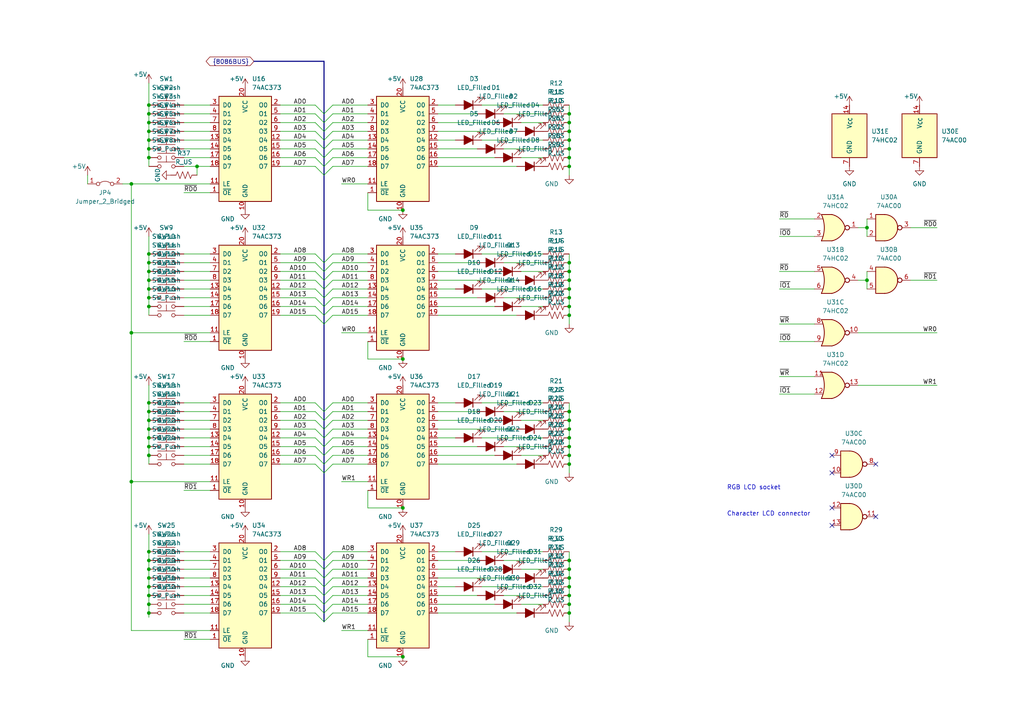
<source format=kicad_sch>
(kicad_sch (version 20230121) (generator eeschema)
  (paper "A4")
  (junction (at 43.18 33.02))
  (junction (at 43.18 172.72))
  (junction (at 165.1 172.72))
  (junction (at 43.18 160.02))
  (junction (at 165.1 76.2))
  (junction (at 116.84 104.14))
  (junction (at 165.1 119.38))
  (junction (at 43.18 45.72))
  (junction (at 165.1 91.44))
  (junction (at 165.1 127))
  (junction (at 43.18 165.1))
  (junction (at 165.1 43.18))
  (junction (at 165.1 83.82))
  (junction (at 165.1 134.62))
  (junction (at 43.18 170.18))
  (junction (at 43.18 162.56))
  (junction (at 43.18 119.38))
  (junction (at 165.1 170.18))
  (junction (at 165.1 38.1))
  (junction (at 43.18 38.1))
  (junction (at 165.1 81.28))
  (junction (at 43.18 121.92))
  (junction (at 43.18 83.82))
  (junction (at 43.18 30.48))
  (junction (at 43.18 40.64))
  (junction (at 38.1 96.52))
  (junction (at 43.18 43.18))
  (junction (at 43.18 78.74))
  (junction (at 165.1 40.64))
  (junction (at 165.1 165.1))
  (junction (at 43.18 73.66))
  (junction (at 165.1 177.8))
  (junction (at 43.18 124.46))
  (junction (at 43.18 132.08))
  (junction (at 251.46 66.04))
  (junction (at 43.18 167.64))
  (junction (at 43.18 129.54))
  (junction (at 165.1 167.64))
  (junction (at 38.1 139.7))
  (junction (at 116.84 190.5))
  (junction (at 116.84 147.32))
  (junction (at 43.18 88.9))
  (junction (at 165.1 124.46))
  (junction (at 116.84 60.96))
  (junction (at 165.1 35.56))
  (junction (at 38.1 53.34))
  (junction (at 165.1 78.74))
  (junction (at 165.1 45.72))
  (junction (at 57.15 48.26))
  (junction (at 43.18 35.56))
  (junction (at 165.1 132.08))
  (junction (at 43.18 76.2))
  (junction (at 165.1 88.9))
  (junction (at 165.1 162.56))
  (junction (at 165.1 33.02))
  (junction (at 165.1 175.26))
  (junction (at 43.18 86.36))
  (junction (at 251.46 81.28))
  (junction (at 43.18 116.84))
  (junction (at 43.18 127))
  (junction (at 165.1 48.26))
  (junction (at 43.18 177.8))
  (junction (at 165.1 86.36))
  (junction (at 43.18 175.26))
  (junction (at 165.1 129.54))
  (junction (at 165.1 121.92))
  (junction (at 43.18 81.28))
  (no_connect (at 241.3 152.4))
  (no_connect (at 241.3 137.16))
  (no_connect (at 241.3 147.32))
  (no_connect (at 241.3 132.08))
  (no_connect (at 254 134.62))
  (no_connect (at 254 149.86))
  (bus_entry (at 96.52 129.54) (size -2.54 2.54))
  (bus_entry (at 93.98 167.64) (size -2.54 -2.54))
  (bus_entry (at 93.98 35.56) (size -2.54 -2.54))
  (bus_entry (at 93.98 124.46) (size -2.54 -2.54))
  (bus_entry (at 96.52 48.26) (size -2.54 2.54))
  (bus_entry (at 96.52 162.56) (size -2.54 2.54))
  (bus_entry (at 93.98 134.62) (size -2.54 -2.54))
  (bus_entry (at 93.98 88.9) (size -2.54 -2.54))
  (bus_entry (at 96.52 73.66) (size -2.54 2.54))
  (bus_entry (at 96.52 132.08) (size -2.54 2.54))
  (bus_entry (at 96.52 40.64) (size -2.54 2.54))
  (bus_entry (at 96.52 78.74) (size -2.54 2.54))
  (bus_entry (at 93.98 48.26) (size -2.54 -2.54))
  (bus_entry (at 96.52 127) (size -2.54 2.54))
  (bus_entry (at 96.52 83.82) (size -2.54 2.54))
  (bus_entry (at 93.98 91.44) (size -2.54 -2.54))
  (bus_entry (at 93.98 43.18) (size -2.54 -2.54))
  (bus_entry (at 96.52 38.1) (size -2.54 2.54))
  (bus_entry (at 93.98 78.74) (size -2.54 -2.54))
  (bus_entry (at 96.52 81.28) (size -2.54 2.54))
  (bus_entry (at 93.98 129.54) (size -2.54 -2.54))
  (bus_entry (at 93.98 81.28) (size -2.54 -2.54))
  (bus_entry (at 96.52 172.72) (size -2.54 2.54))
  (bus_entry (at 96.52 35.56) (size -2.54 2.54))
  (bus_entry (at 96.52 116.84) (size -2.54 2.54))
  (bus_entry (at 93.98 177.8) (size -2.54 -2.54))
  (bus_entry (at 96.52 119.38) (size -2.54 2.54))
  (bus_entry (at 96.52 88.9) (size -2.54 2.54))
  (bus_entry (at 96.52 45.72) (size -2.54 2.54))
  (bus_entry (at 96.52 170.18) (size -2.54 2.54))
  (bus_entry (at 93.98 33.02) (size -2.54 -2.54))
  (bus_entry (at 93.98 76.2) (size -2.54 -2.54))
  (bus_entry (at 93.98 119.38) (size -2.54 -2.54))
  (bus_entry (at 93.98 45.72) (size -2.54 -2.54))
  (bus_entry (at 96.52 160.02) (size -2.54 2.54))
  (bus_entry (at 96.52 30.48) (size -2.54 2.54))
  (bus_entry (at 96.52 91.44) (size -2.54 2.54))
  (bus_entry (at 93.98 165.1) (size -2.54 -2.54))
  (bus_entry (at 96.52 76.2) (size -2.54 2.54))
  (bus_entry (at 96.52 86.36) (size -2.54 2.54))
  (bus_entry (at 93.98 86.36) (size -2.54 -2.54))
  (bus_entry (at 96.52 134.62) (size -2.54 2.54))
  (bus_entry (at 93.98 170.18) (size -2.54 -2.54))
  (bus_entry (at 96.52 43.18) (size -2.54 2.54))
  (bus_entry (at 93.98 180.34) (size -2.54 -2.54))
  (bus_entry (at 93.98 162.56) (size -2.54 -2.54))
  (bus_entry (at 96.52 33.02) (size -2.54 2.54))
  (bus_entry (at 93.98 50.8) (size -2.54 -2.54))
  (bus_entry (at 93.98 38.1) (size -2.54 -2.54))
  (bus_entry (at 93.98 172.72) (size -2.54 -2.54))
  (bus_entry (at 93.98 93.98) (size -2.54 -2.54))
  (bus_entry (at 93.98 132.08) (size -2.54 -2.54))
  (bus_entry (at 96.52 121.92) (size -2.54 2.54))
  (bus_entry (at 96.52 124.46) (size -2.54 2.54))
  (bus_entry (at 96.52 177.8) (size -2.54 2.54))
  (bus_entry (at 96.52 175.26) (size -2.54 2.54))
  (bus_entry (at 93.98 83.82) (size -2.54 -2.54))
  (bus_entry (at 96.52 165.1) (size -2.54 2.54))
  (bus_entry (at 93.98 127) (size -2.54 -2.54))
  (bus_entry (at 93.98 175.26) (size -2.54 -2.54))
  (bus_entry (at 93.98 121.92) (size -2.54 -2.54))
  (bus_entry (at 93.98 40.64) (size -2.54 -2.54))
  (bus_entry (at 96.52 167.64) (size -2.54 2.54))
  (bus_entry (at 93.98 137.16) (size -2.54 -2.54))
  (wire (pts (xy 165.1 48.26) (xy 165.1 50.8)))
  (wire (pts (xy 81.28 134.62) (xy 91.44 134.62)))
  (wire (pts (xy 165.1 73.66) (xy 165.1 76.2)))
  (wire (pts (xy 226.06 83.82) (xy 236.22 83.82)))
  (wire (pts (xy 53.34 124.46) (xy 60.96 124.46)))
  (bus (pts (xy 93.98 86.36) (xy 93.98 88.9)))
  (wire (pts (xy 151.13 88.9) (xy 157.48 88.9)))
  (wire (pts (xy 38.1 139.7) (xy 38.1 182.88)))
  (wire (pts (xy 127 129.54) (xy 138.43 129.54)))
  (wire (pts (xy 106.68 55.88) (xy 106.68 60.96)))
  (wire (pts (xy 106.68 121.92) (xy 96.52 121.92)))
  (wire (pts (xy 165.1 160.02) (xy 165.1 162.56)))
  (wire (pts (xy 99.06 139.7) (xy 106.68 139.7)))
  (wire (pts (xy 127 33.02) (xy 138.43 33.02)))
  (wire (pts (xy 43.18 30.48) (xy 43.18 33.02)))
  (wire (pts (xy 226.06 78.74) (xy 236.22 78.74)))
  (wire (pts (xy 96.52 116.84) (xy 106.68 116.84)))
  (wire (pts (xy 81.28 81.28) (xy 91.44 81.28)))
  (bus (pts (xy 93.98 132.08) (xy 93.98 134.62)))
  (wire (pts (xy 53.34 88.9) (xy 60.96 88.9)))
  (bus (pts (xy 93.98 78.74) (xy 93.98 81.28)))
  (wire (pts (xy 43.18 132.08) (xy 43.18 134.62)))
  (wire (pts (xy 43.18 73.66) (xy 43.18 76.2)))
  (wire (pts (xy 248.92 81.28) (xy 251.46 81.28)))
  (wire (pts (xy 53.34 167.64) (xy 60.96 167.64)))
  (wire (pts (xy 43.18 172.72) (xy 43.18 175.26)))
  (wire (pts (xy 43.18 154.94) (xy 43.18 160.02)))
  (wire (pts (xy 165.1 116.84) (xy 165.1 119.38)))
  (wire (pts (xy 251.46 63.5) (xy 251.46 66.04)))
  (wire (pts (xy 96.52 30.48) (xy 106.68 30.48)))
  (wire (pts (xy 127 119.38) (xy 138.43 119.38)))
  (wire (pts (xy 165.1 124.46) (xy 165.1 127)))
  (wire (pts (xy 43.18 83.82) (xy 43.18 86.36)))
  (wire (pts (xy 165.1 43.18) (xy 165.1 45.72)))
  (wire (pts (xy 127 88.9) (xy 143.51 88.9)))
  (wire (pts (xy 127 48.26) (xy 149.86 48.26)))
  (wire (pts (xy 226.06 68.58) (xy 236.22 68.58)))
  (wire (pts (xy 53.34 121.92) (xy 60.96 121.92)))
  (bus (pts (xy 93.98 33.02) (xy 93.98 35.56)))
  (wire (pts (xy 43.18 88.9) (xy 43.18 91.44)))
  (wire (pts (xy 127 83.82) (xy 132.08 83.82)))
  (wire (pts (xy 53.34 81.28) (xy 60.96 81.28)))
  (wire (pts (xy 53.34 99.06) (xy 60.96 99.06)))
  (wire (pts (xy 53.34 170.18) (xy 60.96 170.18)))
  (wire (pts (xy 127 165.1) (xy 143.51 165.1)))
  (wire (pts (xy 38.1 96.52) (xy 60.96 96.52)))
  (wire (pts (xy 106.68 142.24) (xy 106.68 147.32)))
  (wire (pts (xy 96.52 33.02) (xy 106.68 33.02)))
  (wire (pts (xy 43.18 33.02) (xy 43.18 35.56)))
  (wire (pts (xy 139.7 73.66) (xy 157.48 73.66)))
  (wire (pts (xy 127 121.92) (xy 143.51 121.92)))
  (wire (pts (xy 165.1 30.48) (xy 165.1 33.02)))
  (wire (pts (xy 106.68 172.72) (xy 96.52 172.72)))
  (wire (pts (xy 165.1 121.92) (xy 165.1 124.46)))
  (wire (pts (xy 43.18 35.56) (xy 43.18 38.1)))
  (wire (pts (xy 81.28 83.82) (xy 91.44 83.82)))
  (wire (pts (xy 81.28 177.8) (xy 91.44 177.8)))
  (wire (pts (xy 165.1 119.38) (xy 165.1 121.92)))
  (wire (pts (xy 43.18 38.1) (xy 43.18 40.64)))
  (wire (pts (xy 53.34 48.26) (xy 57.15 48.26)))
  (wire (pts (xy 165.1 91.44) (xy 165.1 93.98)))
  (wire (pts (xy 81.28 40.64) (xy 91.44 40.64)))
  (wire (pts (xy 165.1 40.64) (xy 165.1 43.18)))
  (wire (pts (xy 53.34 83.82) (xy 60.96 83.82)))
  (wire (pts (xy 106.68 129.54) (xy 96.52 129.54)))
  (wire (pts (xy 165.1 45.72) (xy 165.1 48.26)))
  (wire (pts (xy 57.15 48.26) (xy 57.15 50.8)))
  (wire (pts (xy 81.28 48.26) (xy 91.44 48.26)))
  (wire (pts (xy 43.18 129.54) (xy 43.18 132.08)))
  (wire (pts (xy 127 132.08) (xy 143.51 132.08)))
  (wire (pts (xy 53.34 185.42) (xy 60.96 185.42)))
  (wire (pts (xy 53.34 35.56) (xy 60.96 35.56)))
  (wire (pts (xy 226.06 93.98) (xy 236.22 93.98)))
  (wire (pts (xy 81.28 30.48) (xy 91.44 30.48)))
  (wire (pts (xy 99.06 182.88) (xy 106.68 182.88)))
  (wire (pts (xy 165.1 35.56) (xy 165.1 38.1)))
  (wire (pts (xy 165.1 172.72) (xy 165.1 175.26)))
  (bus (pts (xy 93.98 91.44) (xy 93.98 93.98)))
  (wire (pts (xy 146.05 172.72) (xy 157.48 172.72)))
  (wire (pts (xy 251.46 78.74) (xy 251.46 81.28)))
  (wire (pts (xy 53.34 30.48) (xy 60.96 30.48)))
  (wire (pts (xy 127 45.72) (xy 143.51 45.72)))
  (wire (pts (xy 106.68 99.06) (xy 106.68 104.14)))
  (wire (pts (xy 38.1 53.34) (xy 38.1 96.52)))
  (wire (pts (xy 106.68 35.56) (xy 96.52 35.56)))
  (bus (pts (xy 93.98 17.78) (xy 73.66 17.78)))
  (wire (pts (xy 81.28 33.02) (xy 91.44 33.02)))
  (wire (pts (xy 226.06 63.5) (xy 236.22 63.5)))
  (wire (pts (xy 53.34 91.44) (xy 60.96 91.44)))
  (bus (pts (xy 93.98 127) (xy 93.98 129.54)))
  (wire (pts (xy 81.28 127) (xy 91.44 127)))
  (wire (pts (xy 106.68 177.8) (xy 96.52 177.8)))
  (wire (pts (xy 53.34 33.02) (xy 60.96 33.02)))
  (wire (pts (xy 43.18 111.76) (xy 43.18 116.84)))
  (wire (pts (xy 106.68 134.62) (xy 96.52 134.62)))
  (bus (pts (xy 93.98 129.54) (xy 93.98 132.08)))
  (wire (pts (xy 43.18 24.13) (xy 43.18 30.48)))
  (wire (pts (xy 43.18 116.84) (xy 43.18 119.38)))
  (wire (pts (xy 81.28 119.38) (xy 91.44 119.38)))
  (wire (pts (xy 81.28 165.1) (xy 91.44 165.1)))
  (wire (pts (xy 127 73.66) (xy 132.08 73.66)))
  (wire (pts (xy 139.7 83.82) (xy 157.48 83.82)))
  (wire (pts (xy 106.68 104.14) (xy 116.84 104.14)))
  (wire (pts (xy 106.68 48.26) (xy 96.52 48.26)))
  (wire (pts (xy 96.52 167.64) (xy 106.68 167.64)))
  (wire (pts (xy 226.06 109.22) (xy 236.22 109.22)))
  (wire (pts (xy 96.52 170.18) (xy 106.68 170.18)))
  (wire (pts (xy 81.28 162.56) (xy 91.44 162.56)))
  (wire (pts (xy 146.05 129.54) (xy 157.48 129.54)))
  (bus (pts (xy 93.98 137.16) (xy 93.98 162.56)))
  (wire (pts (xy 96.52 83.82) (xy 106.68 83.82)))
  (wire (pts (xy 127 40.64) (xy 132.08 40.64)))
  (wire (pts (xy 53.34 165.1) (xy 60.96 165.1)))
  (wire (pts (xy 81.28 129.54) (xy 91.44 129.54)))
  (bus (pts (xy 93.98 121.92) (xy 93.98 124.46)))
  (wire (pts (xy 151.13 175.26) (xy 157.48 175.26)))
  (wire (pts (xy 165.1 170.18) (xy 165.1 172.72)))
  (wire (pts (xy 139.7 160.02) (xy 157.48 160.02)))
  (wire (pts (xy 127 38.1) (xy 149.86 38.1)))
  (bus (pts (xy 93.98 81.28) (xy 93.98 83.82)))
  (wire (pts (xy 127 167.64) (xy 149.86 167.64)))
  (wire (pts (xy 146.05 162.56) (xy 157.48 162.56)))
  (wire (pts (xy 165.1 177.8) (xy 165.1 180.34)))
  (wire (pts (xy 127 172.72) (xy 138.43 172.72)))
  (wire (pts (xy 151.13 45.72) (xy 157.48 45.72)))
  (wire (pts (xy 165.1 129.54) (xy 165.1 132.08)))
  (wire (pts (xy 53.34 142.24) (xy 60.96 142.24)))
  (wire (pts (xy 151.13 165.1) (xy 157.48 165.1)))
  (wire (pts (xy 81.28 160.02) (xy 91.44 160.02)))
  (bus (pts (xy 93.98 165.1) (xy 93.98 167.64)))
  (wire (pts (xy 81.28 38.1) (xy 91.44 38.1)))
  (wire (pts (xy 106.68 132.08) (xy 96.52 132.08)))
  (wire (pts (xy 106.68 147.32) (xy 116.84 147.32)))
  (wire (pts (xy 53.34 40.64) (xy 60.96 40.64)))
  (wire (pts (xy 53.34 73.66) (xy 60.96 73.66)))
  (wire (pts (xy 81.28 121.92) (xy 91.44 121.92)))
  (wire (pts (xy 106.68 165.1) (xy 96.52 165.1)))
  (wire (pts (xy 43.18 160.02) (xy 43.18 162.56)))
  (wire (pts (xy 43.18 170.18) (xy 43.18 172.72)))
  (wire (pts (xy 264.16 81.28) (xy 271.78 81.28)))
  (wire (pts (xy 81.28 124.46) (xy 91.44 124.46)))
  (wire (pts (xy 165.1 76.2) (xy 165.1 78.74)))
  (wire (pts (xy 165.1 78.74) (xy 165.1 81.28)))
  (wire (pts (xy 38.1 96.52) (xy 38.1 139.7)))
  (wire (pts (xy 146.05 86.36) (xy 157.48 86.36)))
  (wire (pts (xy 43.18 40.64) (xy 43.18 43.18)))
  (bus (pts (xy 93.98 93.98) (xy 93.98 119.38)))
  (wire (pts (xy 43.18 86.36) (xy 43.18 88.9)))
  (wire (pts (xy 38.1 53.34) (xy 60.96 53.34)))
  (wire (pts (xy 106.68 190.5) (xy 116.84 190.5)))
  (wire (pts (xy 165.1 86.36) (xy 165.1 88.9)))
  (wire (pts (xy 53.34 160.02) (xy 60.96 160.02)))
  (wire (pts (xy 127 134.62) (xy 149.86 134.62)))
  (wire (pts (xy 127 81.28) (xy 149.86 81.28)))
  (wire (pts (xy 96.52 40.64) (xy 106.68 40.64)))
  (wire (pts (xy 99.06 96.52) (xy 106.68 96.52)))
  (wire (pts (xy 251.46 81.28) (xy 251.46 83.82)))
  (wire (pts (xy 127 170.18) (xy 132.08 170.18)))
  (wire (pts (xy 81.28 73.66) (xy 91.44 73.66)))
  (wire (pts (xy 96.52 81.28) (xy 106.68 81.28)))
  (wire (pts (xy 53.34 38.1) (xy 60.96 38.1)))
  (wire (pts (xy 139.7 30.48) (xy 157.48 30.48)))
  (wire (pts (xy 127 124.46) (xy 149.86 124.46)))
  (wire (pts (xy 53.34 43.18) (xy 60.96 43.18)))
  (wire (pts (xy 43.18 121.92) (xy 43.18 124.46)))
  (wire (pts (xy 127 160.02) (xy 132.08 160.02)))
  (wire (pts (xy 53.34 55.88) (xy 60.96 55.88)))
  (wire (pts (xy 81.28 175.26) (xy 91.44 175.26)))
  (wire (pts (xy 251.46 66.04) (xy 251.46 68.58)))
  (wire (pts (xy 81.28 91.44) (xy 91.44 91.44)))
  (wire (pts (xy 127 177.8) (xy 149.86 177.8)))
  (wire (pts (xy 43.18 177.8) (xy 43.18 179.07)))
  (wire (pts (xy 127 35.56) (xy 143.51 35.56)))
  (wire (pts (xy 165.1 38.1) (xy 165.1 40.64)))
  (bus (pts (xy 93.98 162.56) (xy 93.98 165.1)))
  (wire (pts (xy 106.68 91.44) (xy 96.52 91.44)))
  (wire (pts (xy 106.68 185.42) (xy 106.68 190.5)))
  (wire (pts (xy 99.06 53.34) (xy 106.68 53.34)))
  (wire (pts (xy 139.7 40.64) (xy 157.48 40.64)))
  (wire (pts (xy 146.05 119.38) (xy 157.48 119.38)))
  (wire (pts (xy 139.7 170.18) (xy 157.48 170.18)))
  (bus (pts (xy 93.98 76.2) (xy 93.98 78.74)))
  (wire (pts (xy 43.18 165.1) (xy 43.18 167.64)))
  (wire (pts (xy 81.28 172.72) (xy 91.44 172.72)))
  (wire (pts (xy 53.34 119.38) (xy 60.96 119.38)))
  (bus (pts (xy 93.98 45.72) (xy 93.98 48.26)))
  (wire (pts (xy 146.05 76.2) (xy 157.48 76.2)))
  (wire (pts (xy 248.92 111.76) (xy 271.78 111.76)))
  (wire (pts (xy 106.68 86.36) (xy 96.52 86.36)))
  (wire (pts (xy 81.28 167.64) (xy 91.44 167.64)))
  (bus (pts (xy 93.98 43.18) (xy 93.98 45.72)))
  (wire (pts (xy 165.1 132.08) (xy 165.1 134.62)))
  (wire (pts (xy 165.1 162.56) (xy 165.1 165.1)))
  (wire (pts (xy 81.28 76.2) (xy 91.44 76.2)))
  (wire (pts (xy 53.34 172.72) (xy 60.96 172.72)))
  (wire (pts (xy 165.1 127) (xy 165.1 129.54)))
  (wire (pts (xy 165.1 165.1) (xy 165.1 167.64)))
  (wire (pts (xy 43.18 43.18) (xy 43.18 45.72)))
  (wire (pts (xy 81.28 88.9) (xy 91.44 88.9)))
  (wire (pts (xy 43.18 45.72) (xy 43.18 48.26)))
  (wire (pts (xy 127 91.44) (xy 149.86 91.44)))
  (wire (pts (xy 106.68 45.72) (xy 96.52 45.72)))
  (wire (pts (xy 43.18 119.38) (xy 43.18 121.92)))
  (bus (pts (xy 93.98 40.64) (xy 93.98 43.18)))
  (wire (pts (xy 43.18 68.58) (xy 43.18 73.66)))
  (wire (pts (xy 81.28 45.72) (xy 91.44 45.72)))
  (wire (pts (xy 165.1 134.62) (xy 165.1 137.16)))
  (wire (pts (xy 106.68 175.26) (xy 96.52 175.26)))
  (wire (pts (xy 165.1 81.28) (xy 165.1 83.82)))
  (bus (pts (xy 93.98 175.26) (xy 93.98 177.8)))
  (wire (pts (xy 53.34 177.8) (xy 60.96 177.8)))
  (wire (pts (xy 81.28 116.84) (xy 91.44 116.84)))
  (wire (pts (xy 43.18 78.74) (xy 43.18 81.28)))
  (wire (pts (xy 96.52 162.56) (xy 106.68 162.56)))
  (bus (pts (xy 93.98 50.8) (xy 93.98 76.2)))
  (wire (pts (xy 226.06 114.3) (xy 236.22 114.3)))
  (bus (pts (xy 93.98 119.38) (xy 93.98 121.92)))
  (wire (pts (xy 53.34 129.54) (xy 60.96 129.54)))
  (wire (pts (xy 139.7 127) (xy 157.48 127)))
  (wire (pts (xy 53.34 76.2) (xy 60.96 76.2)))
  (wire (pts (xy 264.16 66.04) (xy 271.78 66.04)))
  (wire (pts (xy 127 43.18) (xy 138.43 43.18)))
  (wire (pts (xy 96.52 160.02) (xy 106.68 160.02)))
  (wire (pts (xy 96.52 76.2) (xy 106.68 76.2)))
  (wire (pts (xy 165.1 167.64) (xy 165.1 170.18)))
  (wire (pts (xy 127 30.48) (xy 132.08 30.48)))
  (wire (pts (xy 53.34 134.62) (xy 60.96 134.62)))
  (wire (pts (xy 96.52 38.1) (xy 106.68 38.1)))
  (wire (pts (xy 43.18 162.56) (xy 43.18 165.1)))
  (bus (pts (xy 93.98 172.72) (xy 93.98 175.26)))
  (wire (pts (xy 151.13 132.08) (xy 157.48 132.08)))
  (wire (pts (xy 53.34 162.56) (xy 60.96 162.56)))
  (bus (pts (xy 93.98 88.9) (xy 93.98 91.44)))
  (wire (pts (xy 53.34 45.72) (xy 60.96 45.72)))
  (wire (pts (xy 127 78.74) (xy 143.51 78.74)))
  (wire (pts (xy 146.05 33.02) (xy 157.48 33.02)))
  (wire (pts (xy 226.06 99.06) (xy 236.22 99.06)))
  (bus (pts (xy 93.98 134.62) (xy 93.98 137.16)))
  (wire (pts (xy 53.34 175.26) (xy 60.96 175.26)))
  (wire (pts (xy 127 116.84) (xy 132.08 116.84)))
  (wire (pts (xy 35.56 53.34) (xy 38.1 53.34)))
  (wire (pts (xy 127 86.36) (xy 138.43 86.36)))
  (wire (pts (xy 151.13 78.74) (xy 157.48 78.74)))
  (wire (pts (xy 151.13 121.92) (xy 157.48 121.92)))
  (wire (pts (xy 106.68 43.18) (xy 96.52 43.18)))
  (wire (pts (xy 53.34 127) (xy 60.96 127)))
  (wire (pts (xy 165.1 88.9) (xy 165.1 91.44)))
  (bus (pts (xy 93.98 170.18) (xy 93.98 172.72)))
  (wire (pts (xy 53.34 86.36) (xy 60.96 86.36)))
  (wire (pts (xy 139.7 116.84) (xy 157.48 116.84)))
  (wire (pts (xy 53.34 78.74) (xy 60.96 78.74)))
  (wire (pts (xy 165.1 175.26) (xy 165.1 177.8)))
  (wire (pts (xy 43.18 167.64) (xy 43.18 170.18)))
  (wire (pts (xy 53.34 116.84) (xy 60.96 116.84)))
  (bus (pts (xy 93.98 177.8) (xy 93.98 180.34)))
  (wire (pts (xy 25.4 50.8) (xy 25.4 53.34)))
  (wire (pts (xy 53.34 132.08) (xy 60.96 132.08)))
  (wire (pts (xy 43.18 175.26) (xy 43.18 177.8)))
  (bus (pts (xy 93.98 17.78) (xy 93.98 33.02)))
  (bus (pts (xy 93.98 35.56) (xy 93.98 38.1)))
  (wire (pts (xy 43.18 76.2) (xy 43.18 78.74)))
  (wire (pts (xy 38.1 139.7) (xy 60.96 139.7)))
  (wire (pts (xy 81.28 35.56) (xy 91.44 35.56)))
  (wire (pts (xy 248.92 96.52) (xy 271.78 96.52)))
  (wire (pts (xy 38.1 182.88) (xy 60.96 182.88)))
  (wire (pts (xy 127 162.56) (xy 138.43 162.56)))
  (wire (pts (xy 127 127) (xy 132.08 127)))
  (wire (pts (xy 81.28 78.74) (xy 91.44 78.74)))
  (wire (pts (xy 57.15 48.26) (xy 60.96 48.26)))
  (wire (pts (xy 43.18 127) (xy 43.18 129.54)))
  (wire (pts (xy 96.52 119.38) (xy 106.68 119.38)))
  (wire (pts (xy 81.28 43.18) (xy 91.44 43.18)))
  (wire (pts (xy 81.28 132.08) (xy 91.44 132.08)))
  (bus (pts (xy 93.98 124.46) (xy 93.98 127)))
  (wire (pts (xy 106.68 78.74) (xy 96.52 78.74)))
  (wire (pts (xy 81.28 170.18) (xy 91.44 170.18)))
  (wire (pts (xy 96.52 127) (xy 106.68 127)))
  (wire (pts (xy 127 175.26) (xy 143.51 175.26)))
  (bus (pts (xy 93.98 48.26) (xy 93.98 50.8)))
  (wire (pts (xy 106.68 60.96) (xy 116.84 60.96)))
  (wire (pts (xy 81.28 86.36) (xy 91.44 86.36)))
  (wire (pts (xy 106.68 88.9) (xy 96.52 88.9)))
  (bus (pts (xy 93.98 83.82) (xy 93.98 86.36)))
  (wire (pts (xy 96.52 73.66) (xy 106.68 73.66)))
  (wire (pts (xy 96.52 124.46) (xy 106.68 124.46)))
  (wire (pts (xy 127 76.2) (xy 138.43 76.2)))
  (bus (pts (xy 93.98 38.1) (xy 93.98 40.64)))
  (wire (pts (xy 43.18 81.28) (xy 43.18 83.82)))
  (wire (pts (xy 248.92 66.04) (xy 251.46 66.04)))
  (wire (pts (xy 165.1 33.02) (xy 165.1 35.56)))
  (wire (pts (xy 43.18 124.46) (xy 43.18 127)))
  (wire (pts (xy 151.13 35.56) (xy 157.48 35.56)))
  (wire (pts (xy 165.1 83.82) (xy 165.1 86.36)))
  (bus (pts (xy 93.98 167.64) (xy 93.98 170.18)))
  (wire (pts (xy 146.05 43.18) (xy 157.48 43.18)))
  (text "RGB LCD socket" (at 210.82 142.24 0) (effects (font (size 1.27 1.27)) (justify left bottom)))
  (text "Character LCD connector" (at 210.82 149.86 0) (effects (font (size 1.27 1.27)) (justify left bottom)))
  (label "AD13" (at 88.9 86.36 180))
  (label "AD8" (at 88.9 160.02 180))
  (label "AD2" (at 88.9 121.92 180))
  (label "AD1" (at 99.06 119.38 0))
  (label "~{RD1}" (at 53.34 142.24 0))
  (label "AD11" (at 99.06 81.28 0))
  (label "~{RD0}" (at 53.34 55.88 0))
  (label "~{RD}" (at 226.06 78.74 0))
  (label "AD8" (at 99.06 160.02 0))
  (label "~{RD0}" (at 53.34 99.06 0))
  (label "WR1" (at 271.78 111.76 180))
  (label "AD13" (at 99.06 172.72 0))
  (label "AD1" (at 99.06 33.02 0))
  (label "AD15" (at 88.9 91.44 180))
  (label "AD11" (at 88.9 167.64 180))
  (label "~{IO1}" (at 226.06 83.82 0))
  (label "AD5" (at 88.9 43.18 180))
  (label "AD0" (at 99.06 30.48 0))
  (label "AD6" (at 99.06 132.08 0))
  (label "~{IO0}" (at 226.06 99.06 0))
  (label "AD0" (at 88.9 116.84 180))
  (label "AD5" (at 99.06 43.18 0))
  (label "WR1" (at 99.06 139.7 0))
  (label "~{IO0}" (at 226.06 68.58 0))
  (label "AD6" (at 88.9 132.08 180))
  (label "WR0" (at 99.06 53.34 0))
  (label "~{RD0}" (at 271.78 66.04 180))
  (label "~{RD1}" (at 271.78 81.28 180))
  (label "AD2" (at 99.06 121.92 0))
  (label "AD13" (at 88.9 172.72 180))
  (label "~{RD}" (at 226.06 63.5 0))
  (label "AD12" (at 99.06 83.82 0))
  (label "AD10" (at 88.9 165.1 180))
  (label "AD15" (at 99.06 177.8 0))
  (label "AD12" (at 99.06 170.18 0))
  (label "AD10" (at 99.06 165.1 0))
  (label "~{WR}" (at 226.06 109.22 0))
  (label "AD2" (at 88.9 35.56 180))
  (label "AD15" (at 99.06 91.44 0))
  (label "AD8" (at 88.9 73.66 180))
  (label "~{WR}" (at 226.06 93.98 0))
  (label "AD7" (at 88.9 134.62 180))
  (label "AD2" (at 99.06 35.56 0))
  (label "AD9" (at 99.06 76.2 0))
  (label "WR0" (at 271.78 96.52 180))
  (label "AD15" (at 88.9 177.8 180))
  (label "AD13" (at 99.06 86.36 0))
  (label "AD10" (at 88.9 78.74 180))
  (label "AD4" (at 99.06 127 0))
  (label "AD0" (at 88.9 30.48 180))
  (label "AD3" (at 88.9 38.1 180))
  (label "AD12" (at 88.9 170.18 180))
  (label "AD6" (at 99.06 45.72 0))
  (label "AD3" (at 99.06 38.1 0))
  (label "AD14" (at 99.06 175.26 0))
  (label "AD11" (at 88.9 81.28 180))
  (label "~{IO1}" (at 226.06 114.3 0))
  (label "~{RD1}" (at 53.34 185.42 0))
  (label "AD12" (at 88.9 83.82 180))
  (label "AD5" (at 99.06 129.54 0))
  (label "AD14" (at 88.9 175.26 180))
  (label "WR0" (at 99.06 96.52 0))
  (label "AD7" (at 99.06 134.62 0))
  (label "AD14" (at 99.06 88.9 0))
  (label "AD7" (at 88.9 48.26 180))
  (label "AD10" (at 99.06 78.74 0))
  (label "AD4" (at 88.9 40.64 180))
  (label "AD6" (at 88.9 45.72 180))
  (label "AD9" (at 88.9 162.56 180))
  (label "WR1" (at 99.06 182.88 0))
  (label "AD14" (at 88.9 88.9 180))
  (label "AD11" (at 99.06 167.64 0))
  (label "AD1" (at 88.9 119.38 180))
  (label "AD4" (at 88.9 127 180))
  (label "AD4" (at 99.06 40.64 0))
  (label "AD9" (at 99.06 162.56 0))
  (label "AD8" (at 99.06 73.66 0))
  (label "AD0" (at 99.06 116.84 0))
  (label "AD1" (at 88.9 33.02 180))
  (label "AD5" (at 88.9 129.54 180))
  (label "AD7" (at 99.06 48.26 0))
  (label "AD3" (at 99.06 124.46 0))
  (label "AD3" (at 88.9 124.46 180))
  (label "AD9" (at 88.9 76.2 180))
  (global_label "{8086BUS}" (shape bidirectional) (at 73.66 17.78 180) (property "Intersheetrefs" "${INTERSHEET_REFS}" (effects hide)))
  (symbol (lib_id "8086PC:74AC373") (at 71.12 86.36 0) (unit 1)
    (property "Reference" "U32" (at 73.0759 66.04 0) (effects (justify left)))
    (property "Value" "74AC373" (at 73.0759 68.58 0) (effects (justify left)))
    (property "Datasheet" "https://www.mouser.com/datasheet/2/308/74ac373-1190211.pdf" (effects hide))
  )
  (symbol (lib_id "Switch:SW_Push") (at 48.26 91.44 0) (unit 1)
    (property "Reference" "SW16" (at 48.26 83.82 0))
    (property "Value" "SW_Push" (at 48.26 86.36 0))
  )
  (symbol (lib_id "Switch:SW_Push") (at 48.26 134.62 0) (unit 1)
    (property "Reference" "SW24" (at 48.26 127 0))
    (property "Value" "SW_Push" (at 48.26 129.54 0))
  )
  (symbol (lib_id "8086PC:74HC02") (at 241.3 81.28 0) (unit 2) (in_bom no) (on_board no)
    (property "Reference" "U31" (at 242.3124 72.39 0))
    (property "Value" "74HC02" (at 242.3124 74.93 0))
    (property "Datasheet" "https://www.mouser.com/datasheet/2/308/74HC02-108776.pdf" (effects hide))
  )
  (symbol (lib_id "Switch:SW_Push") (at 48.26 88.9 0) (unit 1)
    (property "Reference" "SW15" (at 48.26 81.28 0))
    (property "Value" "SW_Push" (at 48.26 83.82 0))
  )
  (symbol (lib_id "Switch:SW_Push") (at 48.26 116.84 0) (unit 1)
    (property "Reference" "SW17" (at 48.26 109.22 0))
    (property "Value" "SW_Push" (at 48.26 111.76 0))
  )
  (symbol (lib_id "Device:LED_Filled") (at 135.89 40.64 180) (unit 1)
    (property "Reference" "D5" (at 137.4775 33.02 0))
    (property "Value" "LED_Filled" (at 137.4775 35.56 0))
  )
  (symbol (lib_id "Device:R_US") (at 161.29 119.38 90) (unit 1)
    (property "Reference" "R22" (at 161.29 113.03 90))
    (property "Value" "R_US" (at 161.29 115.57 90))
  )
  (symbol (lib_id "Device:LED_Filled") (at 153.67 124.46 180) (unit 1)
    (property "Reference" "D23" (at 155.2575 116.84 0))
    (property "Value" "LED_Filled" (at 155.2575 119.38 0))
  )
  (symbol (lib_id "power:+5V") (at 71.12 154.94 0) (unit 1)
    (property "Reference" "#PWR074" (effects hide))
    (property "Value" "+5V" (at 68.58 152.4 0))
  )
  (symbol (lib_id "Switch:SW_Push") (at 48.26 76.2 0) (unit 1)
    (property "Reference" "SW10" (at 48.26 68.58 0))
    (property "Value" "SW_Push" (at 48.26 71.12 0))
  )
  (symbol (lib_id "Device:LED_Filled") (at 153.67 38.1 180) (unit 1)
    (property "Reference" "D4" (at 155.2575 30.48 0))
    (property "Value" "LED_Filled" (at 155.2575 33.02 0))
  )
  (symbol (lib_id "Device:LED_Filled") (at 153.67 167.64 180) (unit 1)
    (property "Reference" "D31" (at 155.2575 160.02 0))
    (property "Value" "LED_Filled" (at 155.2575 162.56 0))
  )
  (symbol (lib_id "Switch:SW_Push") (at 48.26 160.02 0) (unit 1)
    (property "Reference" "SW25" (at 48.26 152.4 0))
    (property "Value" "SW_Push" (at 48.26 154.94 0))
  )
  (symbol (lib_id "Device:R_US") (at 161.29 76.2 90) (unit 1)
    (property "Reference" "R14" (at 161.29 69.85 90))
    (property "Value" "R_US" (at 161.29 72.39 90))
  )
  (symbol (lib_id "Device:R_US") (at 161.29 134.62 90) (unit 1)
    (property "Reference" "R28" (at 161.29 128.27 90))
    (property "Value" "R_US" (at 161.29 130.81 90))
  )
  (symbol (lib_id "Device:LED_Filled") (at 135.89 30.48 180) (unit 1)
    (property "Reference" "D3" (at 137.4775 22.86 0))
    (property "Value" "LED_Filled" (at 137.4775 25.4 0))
  )
  (symbol (lib_id "Device:R_US") (at 161.29 91.44 90) (unit 1)
    (property "Reference" "R20" (at 161.29 85.09 90))
    (property "Value" "R_US" (at 161.29 87.63 90))
  )
  (symbol (lib_id "8086PC:74AC00") (at 246.38 134.62 0) (unit 3) (in_bom no) (on_board no)
    (property "Reference" "U30" (at 247.65 125.73 0))
    (property "Value" "74AC00" (at 247.65 128.27 0))
    (property "Datasheet" "https://www.mouser.com/datasheet/2/149/74AC00-888462.pdf" (effects hide))
  )
  (symbol (lib_id "Switch:SW_Push") (at 48.26 165.1 0) (unit 1)
    (property "Reference" "SW27" (at 48.26 157.48 0))
    (property "Value" "SW_Push" (at 48.26 160.02 0))
  )
  (symbol (lib_id "Device:LED_Filled") (at 142.24 162.56 180) (unit 1)
    (property "Reference" "D27" (at 143.8275 154.94 0))
    (property "Value" "LED_Filled" (at 143.8275 157.48 0))
  )
  (symbol (lib_id "power:GND") (at 116.84 104.14 0) (unit 1)
    (property "Reference" "#PWR080" (effects hide))
    (property "Value" "GND" (at 111.76 106.68 0))
  )
  (symbol (lib_id "8086PC:74AC373") (at 116.84 86.36 0) (unit 1)
    (property "Reference" "U35" (at 118.7959 66.04 0) (effects (justify left)))
    (property "Value" "74AC373" (at 118.7959 68.58 0) (effects (justify left)))
    (property "Datasheet" "https://www.mouser.com/datasheet/2/308/74ac373-1190211.pdf" (effects hide))
  )
  (symbol (lib_id "8086PC:74AC00") (at 266.7 38.1 0) (unit 5) (in_bom no) (on_board no)
    (property "Reference" "U30" (at 273.05 38.1 0) (effects (justify left)))
    (property "Value" "74AC00" (at 273.05 40.64 0) (effects (justify left)))
    (property "Datasheet" "https://www.mouser.com/datasheet/2/149/74AC00-888462.pdf" (effects hide))
  )
  (symbol (lib_id "8086PC:74HC02") (at 241.3 111.76 0) (unit 4) (in_bom no) (on_board no)
    (property "Reference" "U31" (at 242.3124 102.87 0))
    (property "Value" "74HC02" (at 242.3124 105.41 0))
    (property "Datasheet" "https://www.mouser.com/datasheet/2/308/74HC02-108776.pdf" (effects hide))
  )
  (symbol (lib_id "Device:LED_Filled") (at 142.24 119.38 180) (unit 1)
    (property "Reference" "D19" (at 143.8275 111.76 0))
    (property "Value" "LED_Filled" (at 143.8275 114.3 0))
  )
  (symbol (lib_id "Switch:SW_Push") (at 48.26 40.64 0) (unit 1)
    (property "Reference" "SW5" (at 48.26 33.02 0))
    (property "Value" "SW_Push" (at 48.26 35.56 0))
  )
  (symbol (lib_id "8086PC:74AC00") (at 246.38 149.86 0) (unit 4) (in_bom no) (on_board no)
    (property "Reference" "U30" (at 247.65 140.97 0))
    (property "Value" "74AC00" (at 247.65 143.51 0))
    (property "Datasheet" "https://www.mouser.com/datasheet/2/149/74AC00-888462.pdf" (effects hide))
  )
  (symbol (lib_id "power:GND") (at 165.1 50.8 0) (unit 1)
    (property "Reference" "#PWR062" (effects hide))
    (property "Value" "GND" (at 160.02 53.34 0))
  )
  (symbol (lib_id "Switch:SW_Push") (at 48.26 33.02 0) (unit 1)
    (property "Reference" "SW2" (at 48.26 25.4 0))
    (property "Value" "SW_Push" (at 48.26 27.94 0))
  )
  (symbol (lib_id "Device:R_US") (at 161.29 116.84 90) (unit 1)
    (property "Reference" "R21" (at 161.29 110.49 90))
    (property "Value" "R_US" (at 161.29 113.03 90))
  )
  (symbol (lib_id "power:+5V") (at 25.4 50.8 0) (unit 1)
    (property "Reference" "#PWR068" (effects hide))
    (property "Value" "+5V" (at 22.86 48.26 0))
  )
  (symbol (lib_id "Device:LED_Filled") (at 135.89 73.66 180) (unit 1)
    (property "Reference" "D9" (at 137.4775 66.04 0))
    (property "Value" "LED_Filled" (at 137.4775 68.58 0))
  )
  (symbol (lib_id "power:+5V") (at 43.18 111.76 0) (unit 1)
    (property "Reference" "#PWR090" (effects hide))
    (property "Value" "+5V" (at 40.64 109.22 0))
  )
  (symbol (lib_id "Device:LED_Filled") (at 142.24 129.54 180) (unit 1)
    (property "Reference" "D20" (at 143.8275 121.92 0))
    (property "Value" "LED_Filled" (at 143.8275 124.46 0))
  )
  (symbol (lib_id "Switch:SW_Push") (at 48.26 175.26 0) (unit 1)
    (property "Reference" "SW31" (at 48.26 167.64 0))
    (property "Value" "SW_Push" (at 48.26 170.18 0))
  )
  (symbol (lib_id "power:GND") (at 246.38 48.26 0) (unit 1)
    (property "Reference" "#PWR069" (effects hide))
    (property "Value" "GND" (at 246.38 53.34 0))
  )
  (symbol (lib_id "power:+5V") (at 43.18 68.58 0) (unit 1)
    (property "Reference" "#PWR089" (effects hide))
    (property "Value" "+5V" (at 40.64 66.04 0))
  )
  (symbol (lib_id "Device:LED_Filled") (at 147.32 45.72 180) (unit 1)
    (property "Reference" "D7" (at 148.9075 38.1 0))
    (property "Value" "LED_Filled" (at 148.9075 40.64 0))
  )
  (symbol (lib_id "Jumper:Jumper_2_Bridged") (at 30.48 53.34 0) (unit 1)
    (property "Reference" "JP4" (at 30.48 55.88 0))
    (property "Value" "Jumper_2_Bridged" (at 30.48 58.42 0))
  )
  (symbol (lib_id "Device:R_US") (at 161.29 30.48 90) (unit 1)
    (property "Reference" "R12" (at 161.29 24.13 90))
    (property "Value" "R_US" (at 161.29 26.67 90))
  )
  (symbol (lib_id "Device:R_US") (at 161.29 86.36 90) (unit 1)
    (property "Reference" "R18" (at 161.29 80.01 90))
    (property "Value" "R_US" (at 161.29 82.55 90))
  )
  (symbol (lib_id "Device:R_US") (at 161.29 38.1 90) (unit 1)
    (property "Reference" "R5" (at 161.29 31.75 90))
    (property "Value" "R_US" (at 161.29 34.29 90))
  )
  (symbol (lib_id "Device:R_US") (at 161.29 83.82 90) (unit 1)
    (property "Reference" "R17" (at 161.29 77.47 90))
    (property "Value" "R_US" (at 161.29 80.01 90))
  )
  (symbol (lib_id "power:+5V") (at 246.38 30.48 0) (unit 1)
    (property "Reference" "#PWR077" (effects hide))
    (property "Value" "+5V" (at 243.84 27.94 0))
  )
  (symbol (lib_id "Device:R_US") (at 161.29 175.26 90) (unit 1)
    (property "Reference" "R35" (at 161.29 168.91 90))
    (property "Value" "R_US" (at 161.29 171.45 90))
  )
  (symbol (lib_id "Device:R_US") (at 161.29 129.54 90) (unit 1)
    (property "Reference" "R26" (at 161.29 123.19 90))
    (property "Value" "R_US" (at 161.29 125.73 90))
  )
  (symbol (lib_id "Device:R_US") (at 161.29 78.74 90) (unit 1)
    (property "Reference" "R15" (at 161.29 72.39 90))
    (property "Value" "R_US" (at 161.29 74.93 90))
  )
  (symbol (lib_id "Device:R_US") (at 161.29 132.08 90) (unit 1)
    (property "Reference" "R27" (at 161.29 125.73 90))
    (property "Value" "R_US" (at 161.29 128.27 90))
  )
  (symbol (lib_id "Device:R_US") (at 161.29 121.92 90) (unit 1)
    (property "Reference" "R23" (at 161.29 115.57 90))
    (property "Value" "R_US" (at 161.29 118.11 90))
  )
  (symbol (lib_id "Switch:SW_Push") (at 48.26 86.36 0) (unit 1)
    (property "Reference" "SW14" (at 48.26 78.74 0))
    (property "Value" "SW_Push" (at 48.26 81.28 0))
  )
  (symbol (lib_id "Device:LED_Filled") (at 153.67 91.44 180) (unit 1)
    (property "Reference" "D16" (at 155.2575 83.82 0))
    (property "Value" "LED_Filled" (at 155.2575 86.36 0))
  )
  (symbol (lib_id "8086PC:74HC02") (at 246.38 38.1 0) (unit 5) (in_bom no) (on_board no)
    (property "Reference" "U31" (at 252.73 38.1 0) (effects (justify left)))
    (property "Value" "74HC02" (at 252.73 40.64 0) (effects (justify left)))
    (property "Datasheet" "https://www.mouser.com/datasheet/2/308/74HC02-108776.pdf" (effects hide))
  )
  (symbol (lib_id "Device:LED_Filled") (at 153.67 81.28 180) (unit 1)
    (property "Reference" "D15" (at 155.2575 73.66 0))
    (property "Value" "LED_Filled" (at 155.2575 76.2 0))
  )
  (symbol (lib_id "power:GND") (at 165.1 93.98 0) (unit 1)
    (property "Reference" "#PWR067" (effects hide))
    (property "Value" "GND" (at 160.02 96.52 0))
  )
  (symbol (lib_id "power:GND") (at 71.12 147.32 0) (unit 1)
    (property "Reference" "#PWR073" (effects hide))
    (property "Value" "GND" (at 66.04 149.86 0))
  )
  (symbol (lib_id "Device:R_US") (at 161.29 45.72 90) (unit 1)
    (property "Reference" "R8" (at 161.29 39.37 90))
    (property "Value" "R_US" (at 161.29 41.91 90))
  )
  (symbol (lib_id "Device:LED_Filled") (at 147.32 175.26 180) (unit 1)
    (property "Reference" "D30" (at 148.9075 167.64 0))
    (property "Value" "LED_Filled" (at 148.9075 170.18 0))
  )
  (symbol (lib_id "power:+5V") (at 116.84 154.94 0) (unit 1)
    (property "Reference" "#PWR083" (effects hide))
    (property "Value" "+5V" (at 114.3 152.4 0))
  )
  (symbol (lib_id "power:+5V") (at 71.12 25.4 0) (unit 1)
    (property "Reference" "#PWR064" (effects hide))
    (property "Value" "+5V" (at 68.58 22.86 0))
  )
  (symbol (lib_id "Switch:SW_Push") (at 48.26 43.18 0) (unit 1)
    (property "Reference" "SW6" (at 48.26 35.56 0))
    (property "Value" "SW_Push" (at 48.26 38.1 0))
  )
  (symbol (lib_id "power:GND") (at 116.84 190.5 0) (unit 1)
    (property "Reference" "#PWR084" (effects hide))
    (property "Value" "GND" (at 111.76 193.04 0))
  )
  (symbol (lib_id "Device:R_US") (at 161.29 177.8 90) (unit 1)
    (property "Reference" "R36" (at 161.29 171.45 90))
    (property "Value" "R_US" (at 161.29 173.99 90))
  )
  (symbol (lib_id "Switch:SW_Push") (at 48.26 124.46 0) (unit 1)
    (property "Reference" "SW20" (at 48.26 116.84 0))
    (property "Value" "SW_Push" (at 48.26 119.38 0))
  )
  (symbol (lib_id "power:+5V") (at 71.12 111.76 0) (unit 1)
    (property "Reference" "#PWR072" (effects hide))
    (property "Value" "+5V" (at 68.58 109.22 0))
  )
  (symbol (lib_id "Switch:SW_Push") (at 48.26 45.72 0) (unit 1)
    (property "Reference" "SW7" (at 48.26 38.1 0))
    (property "Value" "SW_Push" (at 48.26 40.64 0))
  )
  (symbol (lib_id "Device:R_US") (at 161.29 40.64 90) (unit 1)
    (property "Reference" "R6" (at 161.29 34.29 90))
    (property "Value" "R_US" (at 161.29 36.83 90))
  )
  (symbol (lib_id "Device:LED_Filled") (at 135.89 170.18 180) (unit 1)
    (property "Reference" "D26" (at 137.4775 162.56 0))
    (property "Value" "LED_Filled" (at 137.4775 165.1 0))
  )
  (symbol (lib_id "Device:R_US") (at 161.29 73.66 90) (unit 1)
    (property "Reference" "R13" (at 161.29 67.31 90))
    (property "Value" "R_US" (at 161.29 69.85 90))
  )
  (symbol (lib_id "Device:R_US") (at 53.34 50.8 270) (unit 1)
    (property "Reference" "R37" (at 53.34 44.45 90))
    (property "Value" "R_US" (at 53.34 46.99 90))
  )
  (symbol (lib_id "8086PC:74AC373") (at 71.12 172.72 0) (unit 1)
    (property "Reference" "U34" (at 73.0759 152.4 0) (effects (justify left)))
    (property "Value" "74AC373" (at 73.0759 154.94 0) (effects (justify left)))
    (property "Datasheet" "https://www.mouser.com/datasheet/2/308/74ac373-1190211.pdf" (effects hide))
  )
  (symbol (lib_id "Device:R_US") (at 161.29 35.56 90) (unit 1)
    (property "Reference" "R10" (at 161.29 29.21 90))
    (property "Value" "R_US" (at 161.29 31.75 90))
  )
  (symbol (lib_id "power:+5V") (at 43.18 154.94 0) (unit 1)
    (property "Reference" "#PWR091" (effects hide))
    (property "Value" "+5V" (at 40.64 152.4 0))
  )
  (symbol (lib_id "Switch:SW_Push") (at 48.26 132.08 0) (unit 1)
    (property "Reference" "SW23" (at 48.26 124.46 0))
    (property "Value" "SW_Push" (at 48.26 127 0))
  )
  (symbol (lib_id "Device:LED_Filled") (at 142.24 76.2 180) (unit 1)
    (property "Reference" "D11" (at 143.8275 68.58 0))
    (property "Value" "LED_Filled" (at 143.8275 71.12 0))
  )
  (symbol (lib_id "power:GND") (at 266.7 48.26 0) (unit 1)
    (property "Reference" "#PWR076" (effects hide))
    (property "Value" "GND" (at 266.7 53.34 0))
  )
  (symbol (lib_id "power:+5V") (at 266.7 30.48 0) (unit 1)
    (property "Reference" "#PWR078" (effects hide))
    (property "Value" "+5V" (at 264.16 27.94 0))
  )
  (symbol (lib_id "power:GND") (at 49.53 50.8 270) (unit 1)
    (property "Reference" "#PWR087" (effects hide))
    (property "Value" "GND" (at 45.72 50.8 0))
  )
  (symbol (lib_id "power:+5V") (at 116.84 68.58 0) (unit 1)
    (property "Reference" "#PWR079" (effects hide))
    (property "Value" "+5V" (at 114.3 66.04 0))
  )
  (symbol (lib_id "Device:R_US") (at 161.29 48.26 90) (unit 1)
    (property "Reference" "R9" (at 161.29 41.91 90))
    (property "Value" "R_US" (at 161.29 44.45 90))
  )
  (symbol (lib_id "Device:LED_Filled") (at 135.89 160.02 180) (unit 1)
    (property "Reference" "D25" (at 137.4775 152.4 0))
    (property "Value" "LED_Filled" (at 137.4775 154.94 0))
  )
  (symbol (lib_id "Device:R_US") (at 161.29 33.02 90) (unit 1)
    (property "Reference" "R11" (at 161.29 26.67 90))
    (property "Value" "R_US" (at 161.29 29.21 90))
  )
  (symbol (lib_id "Device:LED_Filled") (at 147.32 78.74 180) (unit 1)
    (property "Reference" "D13" (at 148.9075 71.12 0))
    (property "Value" "LED_Filled" (at 148.9075 73.66 0))
  )
  (symbol (lib_id "Switch:SW_Push") (at 48.26 83.82 0) (unit 1)
    (property "Reference" "SW13" (at 48.26 76.2 0))
    (property "Value" "SW_Push" (at 48.26 78.74 0))
  )
  (symbol (lib_id "8086PC:74AC373") (at 116.84 43.18 0) (unit 1)
    (property "Reference" "U28" (at 118.7959 22.86 0) (effects (justify left)))
    (property "Value" "74AC373" (at 118.7959 25.4 0) (effects (justify left)))
    (property "Datasheet" "https://www.mouser.com/datasheet/2/308/74ac373-1190211.pdf" (effects hide))
  )
  (symbol (lib_id "Device:R_US") (at 161.29 172.72 90) (unit 1)
    (property "Reference" "R34" (at 161.29 166.37 90))
    (property "Value" "R_US" (at 161.29 168.91 90))
  )
  (symbol (lib_id "power:+5V") (at 116.84 111.76 0) (unit 1)
    (property "Reference" "#PWR081" (effects hide))
    (property "Value" "+5V" (at 114.3 109.22 0))
  )
  (symbol (lib_id "power:GND") (at 71.12 190.5 0) (unit 1)
    (property "Reference" "#PWR075" (effects hide))
    (property "Value" "GND" (at 66.04 193.04 0))
  )
  (symbol (lib_id "Device:LED_Filled") (at 135.89 116.84 180) (unit 1)
    (property "Reference" "D17" (at 137.4775 109.22 0))
    (property "Value" "LED_Filled" (at 137.4775 111.76 0))
  )
  (symbol (lib_id "Switch:SW_Push") (at 48.26 167.64 0) (unit 1)
    (property "Reference" "SW28" (at 48.26 160.02 0))
    (property "Value" "SW_Push" (at 48.26 162.56 0))
  )
  (symbol (lib_id "Switch:SW_Push") (at 48.26 73.66 0) (unit 1)
    (property "Reference" "SW9" (at 48.26 66.04 0))
    (property "Value" "SW_Push" (at 48.26 68.58 0))
  )
  (symbol (lib_id "Device:R_US") (at 161.29 167.64 90) (unit 1)
    (property "Reference" "R32" (at 161.29 161.29 90))
    (property "Value" "R_US" (at 161.29 163.83 90))
  )
  (symbol (lib_id "Device:LED_Filled") (at 147.32 132.08 180) (unit 1)
    (property "Reference" "D22" (at 148.9075 124.46 0))
    (property "Value" "LED_Filled" (at 148.9075 127 0))
  )
  (symbol (lib_id "Switch:SW_Push") (at 48.26 119.38 0) (unit 1)
    (property "Reference" "SW18" (at 48.26 111.76 0))
    (property "Value" "SW_Push" (at 48.26 114.3 0))
  )
  (symbol (lib_id "Device:LED_Filled") (at 142.24 172.72 180) (unit 1)
    (property "Reference" "D28" (at 143.8275 165.1 0))
    (property "Value" "LED_Filled" (at 143.8275 167.64 0))
  )
  (symbol (lib_id "Switch:SW_Push") (at 48.26 35.56 0) (unit 1)
    (property "Reference" "SW3" (at 48.26 27.94 0))
    (property "Value" "SW_Push" (at 48.26 30.48 0))
  )
  (symbol (lib_id "Device:R_US") (at 161.29 88.9 90) (unit 1)
    (property "Reference" "R19" (at 161.29 82.55 90))
    (property "Value" "R_US" (at 161.29 85.09 90))
  )
  (symbol (lib_id "Device:R_US") (at 161.29 165.1 90) (unit 1)
    (property "Reference" "R31" (at 161.29 158.75 90))
    (property "Value" "R_US" (at 161.29 161.29 90))
  )
  (symbol (lib_id "power:GND") (at 71.12 104.14 0) (unit 1)
    (property "Reference" "#PWR071" (effects hide))
    (property "Value" "GND" (at 66.04 106.68 0))
  )
  (symbol (lib_id "Device:LED_Filled") (at 142.24 86.36 180) (unit 1)
    (property "Reference" "D12" (at 143.8275 78.74 0))
    (property "Value" "LED_Filled" (at 143.8275 81.28 0))
  )
  (symbol (lib_id "Device:LED_Filled") (at 153.67 177.8 180) (unit 1)
    (property "Reference" "D32" (at 155.2575 170.18 0))
    (property "Value" "LED_Filled" (at 155.2575 172.72 0))
  )
  (symbol (lib_id "Device:R_US") (at 161.29 127 90) (unit 1)
    (property "Reference" "R25" (at 161.29 120.65 90))
    (property "Value" "R_US" (at 161.29 123.19 90))
  )
  (symbol (lib_id "power:+5V") (at 43.18 24.13 0) (unit 1)
    (property "Reference" "#PWR088" (effects hide))
    (property "Value" "+5V" (at 40.64 21.59 0))
  )
  (symbol (lib_id "Device:LED_Filled") (at 147.32 35.56 180) (unit 1)
    (property "Reference" "D2" (at 148.9075 27.94 0))
    (property "Value" "LED_Filled" (at 148.9075 30.48 0))
  )
  (symbol (lib_id "Device:R_US") (at 161.29 124.46 90) (unit 1)
    (property "Reference" "R24" (at 161.29 118.11 90))
    (property "Value" "R_US" (at 161.29 120.65 90))
  )
  (symbol (lib_id "Switch:SW_Push") (at 48.26 177.8 0) (unit 1)
    (property "Reference" "SW32" (at 48.26 170.18 0))
    (property "Value" "SW_Push" (at 48.26 172.72 0))
  )
  (symbol (lib_id "Device:R_US") (at 161.29 170.18 90) (unit 1)
    (property "Reference" "R33" (at 161.29 163.83 90))
    (property "Value" "R_US" (at 161.29 166.37 90))
  )
  (symbol (lib_id "8086PC:74HC02") (at 241.3 66.04 0) (unit 1) (in_bom no) (on_board no)
    (property "Reference" "U31" (at 242.316 57.15 0))
    (property "Value" "74HC02" (at 242.316 59.69 0))
    (property "Datasheet" "https://www.mouser.com/datasheet/2/308/74HC02-108776.pdf" (effects hide))
  )
  (symbol (lib_id "8086PC:74AC00") (at 256.54 66.04 0) (unit 1) (in_bom no) (on_board no)
    (property "Reference" "U30" (at 257.81 57.15 0))
    (property "Value" "74AC00" (at 257.81 59.69 0))
    (property "Datasheet" "https://www.mouser.com/datasheet/2/149/74AC00-888462.pdf" (effects hide))
  )
  (symbol (lib_id "power:+5V") (at 116.84 25.4 0) (unit 1)
    (property "Reference" "#PWR063" (effects hide))
    (property "Value" "+5V" (at 114.3 22.86 0))
  )
  (symbol (lib_id "Switch:SW_Push") (at 48.26 127 0) (unit 1)
    (property "Reference" "SW21" (at 48.26 119.38 0))
    (property "Value" "SW_Push" (at 48.26 121.92 0))
  )
  (symbol (lib_id "Switch:SW_Push") (at 48.26 81.28 0) (unit 1)
    (property "Reference" "SW12" (at 48.26 73.66 0))
    (property "Value" "SW_Push" (at 48.26 76.2 0))
  )
  (symbol (lib_id "Switch:SW_Push") (at 48.26 38.1 0) (unit 1)
    (property "Reference" "SW4" (at 48.26 30.48 0))
    (property "Value" "SW_Push" (at 48.26 33.02 0))
  )
  (symbol (lib_id "8086PC:74AC373") (at 71.12 129.54 0) (unit 1)
    (property "Reference" "U33" (at 73.0759 109.22 0) (effects (justify left)))
    (property "Value" "74AC373" (at 73.0759 111.76 0) (effects (justify left)))
    (property "Datasheet" "https://www.mouser.com/datasheet/2/308/74ac373-1190211.pdf" (effects hide))
  )
  (symbol (lib_id "Device:LED_Filled") (at 142.24 43.18 180) (unit 1)
    (property "Reference" "D6" (at 143.8275 35.56 0))
    (property "Value" "LED_Filled" (at 143.8275 38.1 0))
  )
  (symbol (lib_id "8086PC:74HC02") (at 241.3 96.52 0) (unit 3) (in_bom no) (on_board no)
    (property "Reference" "U31" (at 242.3124 87.63 0))
    (property "Value" "74HC02" (at 242.3124 90.17 0))
    (property "Datasheet" "https://www.mouser.com/datasheet/2/308/74HC02-108776.pdf" (effects hide))
  )
  (symbol (lib_id "Device:LED_Filled") (at 147.32 88.9 180) (unit 1)
    (property "Reference" "D14" (at 148.9075 81.28 0))
    (property "Value" "LED_Filled" (at 148.9075 83.82 0))
  )
  (symbol (lib_id "Device:R_US") (at 161.29 162.56 90) (unit 1)
    (property "Reference" "R30" (at 161.29 156.21 90))
    (property "Value" "R_US" (at 161.29 158.75 90))
  )
  (symbol (lib_id "Switch:SW_Push") (at 48.26 162.56 0) (unit 1)
    (property "Reference" "SW26" (at 48.26 154.94 0))
    (property "Value" "SW_Push" (at 48.26 157.48 0))
  )
  (symbol (lib_id "power:GND") (at 165.1 137.16 0) (unit 1)
    (property "Reference" "#PWR085" (effects hide))
    (property "Value" "GND" (at 160.02 139.7 0))
  )
  (symbol (lib_id "Switch:SW_Push") (at 48.26 48.26 0) (unit 1)
    (property "Reference" "SW8" (at 48.26 40.64 0))
    (property "Value" "SW_Push" (at 48.26 43.18 0))
  )
  (symbol (lib_id "Device:LED_Filled") (at 135.89 127 180) (unit 1)
    (property "Reference" "D18" (at 137.4775 119.38 0))
    (property "Value" "LED_Filled" (at 137.4775 121.92 0))
  )
  (symbol (lib_id "Switch:SW_Push") (at 48.26 172.72 0) (unit 1)
    (property "Reference" "SW30" (at 48.26 165.1 0))
    (property "Value" "SW_Push" (at 48.26 167.64 0))
  )
  (symbol (lib_id "power:GND") (at 116.84 60.96 0) (unit 1)
    (property "Reference" "#PWR066" (effects hide))
    (property "Value" "GND" (at 111.76 63.5 0))
  )
  (symbol (lib_id "Switch:SW_Push") (at 48.26 121.92 0) (unit 1)
    (property "Reference" "SW19" (at 48.26 114.3 0))
    (property "Value" "SW_Push" (at 48.26 116.84 0))
  )
  (symbol (lib_id "power:GND") (at 116.84 147.32 0) (unit 1)
    (property "Reference" "#PWR082" (effects hide))
    (property "Value" "GND" (at 111.76 149.86 0))
  )
  (symbol (lib_id "Device:LED_Filled") (at 147.32 121.92 180) (unit 1)
    (property "Reference" "D21" (at 148.9075 114.3 0))
    (property "Value" "LED_Filled" (at 148.9075 116.84 0))
  )
  (symbol (lib_id "Device:R_US") (at 161.29 81.28 90) (unit 1)
    (property "Reference" "R16" (at 161.29 74.93 90))
    (property "Value" "R_US" (at 161.29 77.47 90))
  )
  (symbol (lib_id "Device:R_US") (at 161.29 43.18 90) (unit 1)
    (property "Reference" "R7" (at 161.29 36.83 90))
    (property "Value" "R_US" (at 161.29 39.37 90))
  )
  (symbol (lib_id "Device:LED_Filled") (at 153.67 134.62 180) (unit 1)
    (property "Reference" "D24" (at 155.2575 127 0))
    (property "Value" "LED_Filled" (at 155.2575 129.54 0))
  )
  (symbol (lib_id "power:GND") (at 165.1 180.34 0) (unit 1)
    (property "Reference" "#PWR086" (effects hide))
    (property "Value" "GND" (at 160.02 182.88 0))
  )
  (symbol (lib_id "Switch:SW_Push") (at 48.26 129.54 0) (unit 1)
    (property "Reference" "SW22" (at 48.26 121.92 0))
    (property "Value" "SW_Push" (at 48.26 124.46 0))
  )
  (symbol (lib_id "Switch:SW_Push") (at 48.26 78.74 0) (unit 1)
    (property "Reference" "SW11" (at 48.26 71.12 0))
    (property "Value" "SW_Push" (at 48.26 73.66 0))
  )
  (symbol (lib_id "Device:R_US") (at 161.29 160.02 90) (unit 1)
    (property "Reference" "R29" (at 161.29 153.67 90))
    (property "Value" "R_US" (at 161.29 156.21 90))
  )
  (symbol (lib_id "8086PC:74AC373") (at 116.84 129.54 0) (unit 1)
    (property "Reference" "U36" (at 118.7959 109.22 0) (effects (justify left)))
    (property "Value" "74AC373" (at 118.7959 111.76 0) (effects (justify left)))
    (property "Datasheet" "https://www.mouser.com/datasheet/2/308/74ac373-1190211.pdf" (effects hide))
  )
  (symbol (lib_id "Device:LED_Filled") (at 135.89 83.82 180) (unit 1)
    (property "Reference" "D10" (at 137.4775 76.2 0))
    (property "Value" "LED_Filled" (at 137.4775 78.74 0))
  )
  (symbol (lib_id "Switch:SW_Push") (at 48.26 170.18 0) (unit 1)
    (property "Reference" "SW29" (at 48.26 162.56 0))
    (property "Value" "SW_Push" (at 48.26 165.1 0))
  )
  (symbol (lib_id "Device:LED_Filled") (at 142.24 33.02 180) (unit 1)
    (property "Reference" "D1" (at 143.8275 25.4 0))
    (property "Value" "LED_Filled" (at 143.8275 27.94 0))
  )
  (symbol (lib_id "power:GND") (at 71.12 60.96 0) (unit 1)
    (property "Reference" "#PWR065" (effects hide))
    (property "Value" "GND" (at 66.04 63.5 0))
  )
  (symbol (lib_id "Device:LED_Filled") (at 153.67 48.26 180) (unit 1)
    (property "Reference" "D8" (at 155.2575 40.64 0))
    (property "Value" "LED_Filled" (at 155.2575 43.18 0))
  )
  (symbol (lib_id "Switch:SW_Push") (at 48.26 30.48 0) (unit 1)
    (property "Reference" "SW1" (at 48.26 22.86 0))
    (property "Value" "SW_Push" (at 48.26 25.4 0))
  )
  (symbol (lib_id "Device:LED_Filled") (at 147.32 165.1 180) (unit 1)
    (property "Reference" "D29" (at 148.9075 157.48 0))
    (property "Value" "LED_Filled" (at 148.9075 160.02 0))
  )
  (symbol (lib_id "8086PC:74AC00") (at 256.54 81.28 0) (unit 2) (in_bom no) (on_board no)
    (property "Reference" "U30" (at 257.81 72.39 0))
    (property "Value" "74AC00" (at 257.81 74.93 0))
    (property "Datasheet" "https://www.mouser.com/datasheet/2/149/74AC00-888462.pdf" (effects hide))
  )
  (symbol (lib_id "8086PC:74AC373") (at 116.84 172.72 0) (unit 1)
    (property "Reference" "U37" (at 118.7959 152.4 0) (effects (justify left)))
    (property "Value" "74AC373" (at 118.7959 154.94 0) (effects (justify left)))
    (property "Datasheet" "https://www.mouser.com/datasheet/2/308/74ac373-1190211.pdf" (effects hide))
  )
  (symbol (lib_id "power:+5V") (at 71.12 68.58 0) (unit 1)
    (property "Reference" "#PWR070" (effects hide))
    (property "Value" "+5V" (at 68.58 66.04 0))
  )
  (symbol (lib_id "8086PC:74AC373") (at 71.12 43.18 0) (unit 1)
    (property "Reference" "U16" (at 73.0759 22.86 0) (effects (justify left)))
    (property "Value" "74AC373" (at 73.0759 25.4 0) (effects (justify left)))
    (property "Datasheet" "https://www.mouser.com/datasheet/2/308/74ac373-1190211.pdf" (effects hide))
  )
)
</source>
